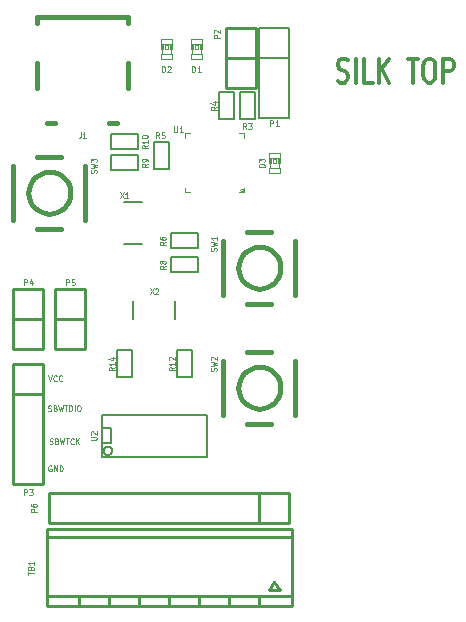
<source format=gto>
G04 (created by PCBNEW-RS274X (2012-01-19 BZR 3256)-stable) date 12/5/2012 8:15:46 PM*
G01*
G70*
G90*
%MOIN*%
G04 Gerber Fmt 3.4, Leading zero omitted, Abs format*
%FSLAX34Y34*%
G04 APERTURE LIST*
%ADD10C,0.006000*%
%ADD11C,0.012000*%
%ADD12C,0.004000*%
%ADD13C,0.003900*%
%ADD14C,0.015000*%
%ADD15C,0.005000*%
%ADD16C,0.002600*%
%ADD17C,0.010000*%
G04 APERTURE END LIST*
G54D10*
G54D11*
X71114Y-32286D02*
X71200Y-32324D01*
X71343Y-32324D01*
X71400Y-32286D01*
X71429Y-32248D01*
X71457Y-32171D01*
X71457Y-32095D01*
X71429Y-32019D01*
X71400Y-31981D01*
X71343Y-31943D01*
X71229Y-31905D01*
X71171Y-31867D01*
X71143Y-31829D01*
X71114Y-31752D01*
X71114Y-31676D01*
X71143Y-31600D01*
X71171Y-31562D01*
X71229Y-31524D01*
X71371Y-31524D01*
X71457Y-31562D01*
X71714Y-32324D02*
X71714Y-31524D01*
X72286Y-32324D02*
X72000Y-32324D01*
X72000Y-31524D01*
X72486Y-32324D02*
X72486Y-31524D01*
X72829Y-32324D02*
X72572Y-31867D01*
X72829Y-31524D02*
X72486Y-31981D01*
X73457Y-31524D02*
X73800Y-31524D01*
X73629Y-32324D02*
X73629Y-31524D01*
X74114Y-31524D02*
X74228Y-31524D01*
X74286Y-31562D01*
X74343Y-31638D01*
X74371Y-31790D01*
X74371Y-32057D01*
X74343Y-32210D01*
X74286Y-32286D01*
X74228Y-32324D01*
X74114Y-32324D01*
X74057Y-32286D01*
X74000Y-32210D01*
X73971Y-32057D01*
X73971Y-31790D01*
X74000Y-31638D01*
X74057Y-31562D01*
X74114Y-31524D01*
X74629Y-32324D02*
X74629Y-31524D01*
X74857Y-31524D01*
X74915Y-31562D01*
X74943Y-31600D01*
X74972Y-31676D01*
X74972Y-31790D01*
X74943Y-31867D01*
X74915Y-31905D01*
X74857Y-31943D01*
X74629Y-31943D01*
G54D12*
X61563Y-45090D02*
X61546Y-45081D01*
X61520Y-45081D01*
X61495Y-45090D01*
X61477Y-45110D01*
X61469Y-45129D01*
X61460Y-45167D01*
X61460Y-45195D01*
X61469Y-45233D01*
X61477Y-45252D01*
X61495Y-45271D01*
X61520Y-45281D01*
X61537Y-45281D01*
X61563Y-45271D01*
X61572Y-45262D01*
X61572Y-45195D01*
X61537Y-45195D01*
X61649Y-45281D02*
X61649Y-45081D01*
X61752Y-45281D01*
X61752Y-45081D01*
X61838Y-45281D02*
X61838Y-45081D01*
X61881Y-45081D01*
X61906Y-45090D01*
X61924Y-45110D01*
X61932Y-45129D01*
X61941Y-45167D01*
X61941Y-45195D01*
X61932Y-45233D01*
X61924Y-45252D01*
X61906Y-45271D01*
X61881Y-45281D01*
X61838Y-45281D01*
X61507Y-44371D02*
X61533Y-44381D01*
X61576Y-44381D01*
X61593Y-44371D01*
X61602Y-44362D01*
X61610Y-44343D01*
X61610Y-44324D01*
X61602Y-44305D01*
X61593Y-44295D01*
X61576Y-44286D01*
X61542Y-44276D01*
X61524Y-44267D01*
X61516Y-44257D01*
X61507Y-44238D01*
X61507Y-44219D01*
X61516Y-44200D01*
X61524Y-44190D01*
X61542Y-44181D01*
X61584Y-44181D01*
X61610Y-44190D01*
X61747Y-44276D02*
X61773Y-44286D01*
X61781Y-44295D01*
X61790Y-44314D01*
X61790Y-44343D01*
X61781Y-44362D01*
X61773Y-44371D01*
X61755Y-44381D01*
X61687Y-44381D01*
X61687Y-44181D01*
X61747Y-44181D01*
X61764Y-44190D01*
X61773Y-44200D01*
X61781Y-44219D01*
X61781Y-44238D01*
X61773Y-44257D01*
X61764Y-44267D01*
X61747Y-44276D01*
X61687Y-44276D01*
X61850Y-44181D02*
X61893Y-44381D01*
X61927Y-44238D01*
X61961Y-44381D01*
X62004Y-44181D01*
X62047Y-44181D02*
X62150Y-44181D01*
X62099Y-44381D02*
X62099Y-44181D01*
X62313Y-44362D02*
X62304Y-44371D01*
X62278Y-44381D01*
X62261Y-44381D01*
X62236Y-44371D01*
X62218Y-44352D01*
X62210Y-44333D01*
X62201Y-44295D01*
X62201Y-44267D01*
X62210Y-44229D01*
X62218Y-44210D01*
X62236Y-44190D01*
X62261Y-44181D01*
X62278Y-44181D01*
X62304Y-44190D01*
X62313Y-44200D01*
X62390Y-44381D02*
X62390Y-44181D01*
X62493Y-44381D02*
X62416Y-44267D01*
X62493Y-44181D02*
X62390Y-44295D01*
X61460Y-43271D02*
X61486Y-43281D01*
X61529Y-43281D01*
X61546Y-43271D01*
X61555Y-43262D01*
X61563Y-43243D01*
X61563Y-43224D01*
X61555Y-43205D01*
X61546Y-43195D01*
X61529Y-43186D01*
X61495Y-43176D01*
X61477Y-43167D01*
X61469Y-43157D01*
X61460Y-43138D01*
X61460Y-43119D01*
X61469Y-43100D01*
X61477Y-43090D01*
X61495Y-43081D01*
X61537Y-43081D01*
X61563Y-43090D01*
X61700Y-43176D02*
X61726Y-43186D01*
X61734Y-43195D01*
X61743Y-43214D01*
X61743Y-43243D01*
X61734Y-43262D01*
X61726Y-43271D01*
X61708Y-43281D01*
X61640Y-43281D01*
X61640Y-43081D01*
X61700Y-43081D01*
X61717Y-43090D01*
X61726Y-43100D01*
X61734Y-43119D01*
X61734Y-43138D01*
X61726Y-43157D01*
X61717Y-43167D01*
X61700Y-43176D01*
X61640Y-43176D01*
X61803Y-43081D02*
X61846Y-43281D01*
X61880Y-43138D01*
X61914Y-43281D01*
X61957Y-43081D01*
X62000Y-43081D02*
X62103Y-43081D01*
X62052Y-43281D02*
X62052Y-43081D01*
X62163Y-43281D02*
X62163Y-43081D01*
X62206Y-43081D01*
X62231Y-43090D01*
X62249Y-43110D01*
X62257Y-43129D01*
X62266Y-43167D01*
X62266Y-43195D01*
X62257Y-43233D01*
X62249Y-43252D01*
X62231Y-43271D01*
X62206Y-43281D01*
X62163Y-43281D01*
X62343Y-43281D02*
X62343Y-43081D01*
X62463Y-43081D02*
X62497Y-43081D01*
X62515Y-43090D01*
X62532Y-43110D01*
X62540Y-43148D01*
X62540Y-43214D01*
X62532Y-43252D01*
X62515Y-43271D01*
X62497Y-43281D01*
X62463Y-43281D01*
X62446Y-43271D01*
X62429Y-43252D01*
X62420Y-43214D01*
X62420Y-43148D01*
X62429Y-43110D01*
X62446Y-43090D01*
X62463Y-43081D01*
X61460Y-42081D02*
X61520Y-42281D01*
X61580Y-42081D01*
X61743Y-42262D02*
X61734Y-42271D01*
X61708Y-42281D01*
X61691Y-42281D01*
X61666Y-42271D01*
X61648Y-42252D01*
X61640Y-42233D01*
X61631Y-42195D01*
X61631Y-42167D01*
X61640Y-42129D01*
X61648Y-42110D01*
X61666Y-42090D01*
X61691Y-42081D01*
X61708Y-42081D01*
X61734Y-42090D01*
X61743Y-42100D01*
X61923Y-42262D02*
X61914Y-42271D01*
X61888Y-42281D01*
X61871Y-42281D01*
X61846Y-42271D01*
X61828Y-42252D01*
X61820Y-42233D01*
X61811Y-42195D01*
X61811Y-42167D01*
X61820Y-42129D01*
X61828Y-42110D01*
X61846Y-42090D01*
X61871Y-42081D01*
X61888Y-42081D01*
X61914Y-42090D01*
X61923Y-42100D01*
G54D13*
X67946Y-35906D02*
X67945Y-35913D01*
X67942Y-35921D01*
X67939Y-35928D01*
X67934Y-35934D01*
X67928Y-35939D01*
X67921Y-35942D01*
X67914Y-35945D01*
X67906Y-35945D01*
X67899Y-35945D01*
X67892Y-35943D01*
X67885Y-35939D01*
X67879Y-35934D01*
X67873Y-35928D01*
X67870Y-35921D01*
X67867Y-35914D01*
X67867Y-35906D01*
X67867Y-35899D01*
X67869Y-35892D01*
X67873Y-35885D01*
X67878Y-35879D01*
X67884Y-35874D01*
X67890Y-35870D01*
X67898Y-35867D01*
X67906Y-35867D01*
X67912Y-35867D01*
X67920Y-35869D01*
X67927Y-35873D01*
X67933Y-35878D01*
X67938Y-35883D01*
X67942Y-35890D01*
X67945Y-35898D01*
X67945Y-35905D01*
X67946Y-35906D01*
X67827Y-35984D02*
X67984Y-35984D01*
X67984Y-35984D02*
X67984Y-35827D01*
X67984Y-34173D02*
X67984Y-34016D01*
X67984Y-34016D02*
X67827Y-34016D01*
X66173Y-34016D02*
X66016Y-34016D01*
X66016Y-34173D02*
X66016Y-34016D01*
X66016Y-35984D02*
X66016Y-35827D01*
X66016Y-35984D02*
X66173Y-35984D01*
G54D14*
X61420Y-33680D02*
X61700Y-33680D01*
X64110Y-30140D02*
X64110Y-30350D01*
X61090Y-30140D02*
X61090Y-30350D01*
X64120Y-31680D02*
X64120Y-32500D01*
X61080Y-31680D02*
X61080Y-32520D01*
X63500Y-33680D02*
X63760Y-33680D01*
X61090Y-30140D02*
X64110Y-30140D01*
X69200Y-38500D02*
X69186Y-38635D01*
X69147Y-38766D01*
X69083Y-38887D01*
X68996Y-38993D01*
X68891Y-39080D01*
X68771Y-39145D01*
X68640Y-39185D01*
X68504Y-39199D01*
X68369Y-39187D01*
X68238Y-39149D01*
X68117Y-39085D01*
X68011Y-39000D01*
X67923Y-38895D01*
X67857Y-38775D01*
X67816Y-38645D01*
X67801Y-38509D01*
X67812Y-38374D01*
X67850Y-38243D01*
X67912Y-38121D01*
X67997Y-38014D01*
X68101Y-37926D01*
X68220Y-37859D01*
X68350Y-37817D01*
X68486Y-37801D01*
X68621Y-37811D01*
X68753Y-37848D01*
X68875Y-37909D01*
X68982Y-37994D01*
X69072Y-38097D01*
X69139Y-38216D01*
X69182Y-38345D01*
X69199Y-38481D01*
X69200Y-38500D01*
X68900Y-39700D02*
X68100Y-39700D01*
X69700Y-37600D02*
X69700Y-39400D01*
X68100Y-37300D02*
X68900Y-37300D01*
X67300Y-39400D02*
X67300Y-37600D01*
X62200Y-36000D02*
X62186Y-36135D01*
X62147Y-36266D01*
X62083Y-36387D01*
X61996Y-36493D01*
X61891Y-36580D01*
X61771Y-36645D01*
X61640Y-36685D01*
X61504Y-36699D01*
X61369Y-36687D01*
X61238Y-36649D01*
X61117Y-36585D01*
X61011Y-36500D01*
X60923Y-36395D01*
X60857Y-36275D01*
X60816Y-36145D01*
X60801Y-36009D01*
X60812Y-35874D01*
X60850Y-35743D01*
X60912Y-35621D01*
X60997Y-35514D01*
X61101Y-35426D01*
X61220Y-35359D01*
X61350Y-35317D01*
X61486Y-35301D01*
X61621Y-35311D01*
X61753Y-35348D01*
X61875Y-35409D01*
X61982Y-35494D01*
X62072Y-35597D01*
X62139Y-35716D01*
X62182Y-35845D01*
X62199Y-35981D01*
X62200Y-36000D01*
X61100Y-34800D02*
X61900Y-34800D01*
X60300Y-36900D02*
X60300Y-35100D01*
X61900Y-37200D02*
X61100Y-37200D01*
X62700Y-35100D02*
X62700Y-36900D01*
X69200Y-42500D02*
X69186Y-42635D01*
X69147Y-42766D01*
X69083Y-42887D01*
X68996Y-42993D01*
X68891Y-43080D01*
X68771Y-43145D01*
X68640Y-43185D01*
X68504Y-43199D01*
X68369Y-43187D01*
X68238Y-43149D01*
X68117Y-43085D01*
X68011Y-43000D01*
X67923Y-42895D01*
X67857Y-42775D01*
X67816Y-42645D01*
X67801Y-42509D01*
X67812Y-42374D01*
X67850Y-42243D01*
X67912Y-42121D01*
X67997Y-42014D01*
X68101Y-41926D01*
X68220Y-41859D01*
X68350Y-41817D01*
X68486Y-41801D01*
X68621Y-41811D01*
X68753Y-41848D01*
X68875Y-41909D01*
X68982Y-41994D01*
X69072Y-42097D01*
X69139Y-42216D01*
X69182Y-42345D01*
X69199Y-42481D01*
X69200Y-42500D01*
X68900Y-43700D02*
X68100Y-43700D01*
X69700Y-41600D02*
X69700Y-43400D01*
X68100Y-41300D02*
X68900Y-41300D01*
X67300Y-43400D02*
X67300Y-41600D01*
G54D10*
X63250Y-43400D02*
X66750Y-43400D01*
X66750Y-43400D02*
X66750Y-44800D01*
X66750Y-44800D02*
X63250Y-44800D01*
X63250Y-44800D02*
X63250Y-43400D01*
G54D15*
X63591Y-44600D02*
X63588Y-44627D01*
X63580Y-44653D01*
X63567Y-44678D01*
X63550Y-44699D01*
X63528Y-44716D01*
X63504Y-44729D01*
X63478Y-44738D01*
X63450Y-44740D01*
X63424Y-44738D01*
X63398Y-44730D01*
X63373Y-44717D01*
X63352Y-44700D01*
X63334Y-44679D01*
X63321Y-44655D01*
X63313Y-44629D01*
X63310Y-44601D01*
X63312Y-44575D01*
X63319Y-44549D01*
X63332Y-44524D01*
X63349Y-44503D01*
X63370Y-44485D01*
X63394Y-44471D01*
X63420Y-44463D01*
X63448Y-44460D01*
X63474Y-44462D01*
X63500Y-44469D01*
X63525Y-44481D01*
X63547Y-44498D01*
X63565Y-44519D01*
X63578Y-44543D01*
X63587Y-44569D01*
X63590Y-44597D01*
X63591Y-44600D01*
X63250Y-43850D02*
X63550Y-43850D01*
X63550Y-43850D02*
X63550Y-44350D01*
X63550Y-44350D02*
X63250Y-44350D01*
X67850Y-33550D02*
X67850Y-32650D01*
X67850Y-32650D02*
X68350Y-32650D01*
X68350Y-32650D02*
X68350Y-33550D01*
X68350Y-33550D02*
X67850Y-33550D01*
X67150Y-33550D02*
X67150Y-32650D01*
X67150Y-32650D02*
X67650Y-32650D01*
X67650Y-32650D02*
X67650Y-33550D01*
X67650Y-33550D02*
X67150Y-33550D01*
X65000Y-35200D02*
X65000Y-34300D01*
X65000Y-34300D02*
X65500Y-34300D01*
X65500Y-34300D02*
X65500Y-35200D01*
X65500Y-35200D02*
X65000Y-35200D01*
X65550Y-37350D02*
X66450Y-37350D01*
X66450Y-37350D02*
X66450Y-37850D01*
X66450Y-37850D02*
X65550Y-37850D01*
X65550Y-37850D02*
X65550Y-37350D01*
X65550Y-38150D02*
X66450Y-38150D01*
X66450Y-38150D02*
X66450Y-38650D01*
X66450Y-38650D02*
X65550Y-38650D01*
X65550Y-38650D02*
X65550Y-38150D01*
X63550Y-34750D02*
X64450Y-34750D01*
X64450Y-34750D02*
X64450Y-35250D01*
X64450Y-35250D02*
X63550Y-35250D01*
X63550Y-35250D02*
X63550Y-34750D01*
X63550Y-34050D02*
X64450Y-34050D01*
X64450Y-34050D02*
X64450Y-34550D01*
X64450Y-34550D02*
X63550Y-34550D01*
X63550Y-34550D02*
X63550Y-34050D01*
X64250Y-41250D02*
X64250Y-42150D01*
X64250Y-42150D02*
X63750Y-42150D01*
X63750Y-42150D02*
X63750Y-41250D01*
X63750Y-41250D02*
X64250Y-41250D01*
X66250Y-41250D02*
X66250Y-42150D01*
X66250Y-42150D02*
X65750Y-42150D01*
X65750Y-42150D02*
X65750Y-41250D01*
X65750Y-41250D02*
X66250Y-41250D01*
G54D16*
X68823Y-34823D02*
X69177Y-34823D01*
X69177Y-34823D02*
X69177Y-34666D01*
X68823Y-34666D02*
X69177Y-34666D01*
X68823Y-34823D02*
X68823Y-34666D01*
X68823Y-35334D02*
X69177Y-35334D01*
X69177Y-35334D02*
X69177Y-35177D01*
X68823Y-35177D02*
X69177Y-35177D01*
X68823Y-35334D02*
X68823Y-35177D01*
X68823Y-35000D02*
X68882Y-35000D01*
X68882Y-35000D02*
X68882Y-34882D01*
X68823Y-34882D02*
X68882Y-34882D01*
X68823Y-35000D02*
X68823Y-34882D01*
X69118Y-35000D02*
X69177Y-35000D01*
X69177Y-35000D02*
X69177Y-34882D01*
X69118Y-34882D02*
X69177Y-34882D01*
X69118Y-35000D02*
X69118Y-34882D01*
X68941Y-35000D02*
X69059Y-35000D01*
X69059Y-35000D02*
X69059Y-34882D01*
X68941Y-34882D02*
X69059Y-34882D01*
X68941Y-35000D02*
X68941Y-34882D01*
G54D12*
X68843Y-34823D02*
X68843Y-35177D01*
X69157Y-34823D02*
X69157Y-35177D01*
G54D16*
X65223Y-31023D02*
X65577Y-31023D01*
X65577Y-31023D02*
X65577Y-30866D01*
X65223Y-30866D02*
X65577Y-30866D01*
X65223Y-31023D02*
X65223Y-30866D01*
X65223Y-31534D02*
X65577Y-31534D01*
X65577Y-31534D02*
X65577Y-31377D01*
X65223Y-31377D02*
X65577Y-31377D01*
X65223Y-31534D02*
X65223Y-31377D01*
X65223Y-31200D02*
X65282Y-31200D01*
X65282Y-31200D02*
X65282Y-31082D01*
X65223Y-31082D02*
X65282Y-31082D01*
X65223Y-31200D02*
X65223Y-31082D01*
X65518Y-31200D02*
X65577Y-31200D01*
X65577Y-31200D02*
X65577Y-31082D01*
X65518Y-31082D02*
X65577Y-31082D01*
X65518Y-31200D02*
X65518Y-31082D01*
X65341Y-31200D02*
X65459Y-31200D01*
X65459Y-31200D02*
X65459Y-31082D01*
X65341Y-31082D02*
X65459Y-31082D01*
X65341Y-31200D02*
X65341Y-31082D01*
G54D12*
X65243Y-31023D02*
X65243Y-31377D01*
X65557Y-31023D02*
X65557Y-31377D01*
G54D16*
X66223Y-31023D02*
X66577Y-31023D01*
X66577Y-31023D02*
X66577Y-30866D01*
X66223Y-30866D02*
X66577Y-30866D01*
X66223Y-31023D02*
X66223Y-30866D01*
X66223Y-31534D02*
X66577Y-31534D01*
X66577Y-31534D02*
X66577Y-31377D01*
X66223Y-31377D02*
X66577Y-31377D01*
X66223Y-31534D02*
X66223Y-31377D01*
X66223Y-31200D02*
X66282Y-31200D01*
X66282Y-31200D02*
X66282Y-31082D01*
X66223Y-31082D02*
X66282Y-31082D01*
X66223Y-31200D02*
X66223Y-31082D01*
X66518Y-31200D02*
X66577Y-31200D01*
X66577Y-31200D02*
X66577Y-31082D01*
X66518Y-31082D02*
X66577Y-31082D01*
X66518Y-31200D02*
X66518Y-31082D01*
X66341Y-31200D02*
X66459Y-31200D01*
X66459Y-31200D02*
X66459Y-31082D01*
X66341Y-31082D02*
X66459Y-31082D01*
X66341Y-31200D02*
X66341Y-31082D01*
G54D12*
X66243Y-31023D02*
X66243Y-31377D01*
X66557Y-31023D02*
X66557Y-31377D01*
G54D17*
X69500Y-46000D02*
X61500Y-46000D01*
X61500Y-47000D02*
X69500Y-47000D01*
X69500Y-46000D02*
X69500Y-47000D01*
X61500Y-47000D02*
X61500Y-46000D01*
X68500Y-47000D02*
X68500Y-46000D01*
G54D10*
X68500Y-30500D02*
X69500Y-30500D01*
X69500Y-30500D02*
X69500Y-33500D01*
X69500Y-33500D02*
X68500Y-33500D01*
X68500Y-33500D02*
X68500Y-30500D01*
X69500Y-31500D02*
X68500Y-31500D01*
G54D17*
X61700Y-39200D02*
X61700Y-41200D01*
X62700Y-39200D02*
X62700Y-41200D01*
X61700Y-39200D02*
X62700Y-39200D01*
X62700Y-41200D02*
X61700Y-41200D01*
X62700Y-40200D02*
X61700Y-40200D01*
X60300Y-39200D02*
X60300Y-41200D01*
X61300Y-39200D02*
X61300Y-41200D01*
X60300Y-39200D02*
X61300Y-39200D01*
X61300Y-41200D02*
X60300Y-41200D01*
X61300Y-40200D02*
X60300Y-40200D01*
X68400Y-32500D02*
X68400Y-30500D01*
X67400Y-32500D02*
X67400Y-30500D01*
X68400Y-32500D02*
X67400Y-32500D01*
X67400Y-30500D02*
X68400Y-30500D01*
X67400Y-31500D02*
X68400Y-31500D01*
X60300Y-41700D02*
X60300Y-45700D01*
X61300Y-41700D02*
X61300Y-45700D01*
X60300Y-41700D02*
X61300Y-41700D01*
X61300Y-45700D02*
X60300Y-45700D01*
X61300Y-42700D02*
X60300Y-42700D01*
X69004Y-48972D02*
X69201Y-49248D01*
X69201Y-49248D02*
X68807Y-49248D01*
X68807Y-49248D02*
X69004Y-48972D01*
X69594Y-47476D02*
X61406Y-47476D01*
X69594Y-49445D02*
X61406Y-49445D01*
X69594Y-49760D02*
X69594Y-47201D01*
X69594Y-47201D02*
X61406Y-47201D01*
X61406Y-47201D02*
X61406Y-49760D01*
X61406Y-49760D02*
X69594Y-49760D01*
X62500Y-49512D02*
X62500Y-49762D01*
X63500Y-49512D02*
X63500Y-49762D01*
X64500Y-49512D02*
X64500Y-49762D01*
X65500Y-49512D02*
X65500Y-49762D01*
X66500Y-49512D02*
X66500Y-49762D01*
X67500Y-49512D02*
X67500Y-49762D01*
X68500Y-49512D02*
X68500Y-49762D01*
G54D15*
X64300Y-40200D02*
X64300Y-39600D01*
X65700Y-40200D02*
X65700Y-39600D01*
X64600Y-37700D02*
X64000Y-37700D01*
X64600Y-36300D02*
X64000Y-36300D01*
G54D12*
X65663Y-33781D02*
X65663Y-33943D01*
X65671Y-33962D01*
X65680Y-33971D01*
X65697Y-33981D01*
X65731Y-33981D01*
X65749Y-33971D01*
X65757Y-33962D01*
X65766Y-33943D01*
X65766Y-33781D01*
X65946Y-33981D02*
X65843Y-33981D01*
X65895Y-33981D02*
X65895Y-33781D01*
X65878Y-33810D01*
X65860Y-33829D01*
X65843Y-33838D01*
X62540Y-33981D02*
X62540Y-34124D01*
X62532Y-34152D01*
X62515Y-34171D01*
X62489Y-34181D01*
X62472Y-34181D01*
X62720Y-34181D02*
X62617Y-34181D01*
X62669Y-34181D02*
X62669Y-33981D01*
X62652Y-34010D01*
X62634Y-34029D01*
X62617Y-34038D01*
X67071Y-37940D02*
X67081Y-37914D01*
X67081Y-37871D01*
X67071Y-37854D01*
X67062Y-37845D01*
X67043Y-37837D01*
X67024Y-37837D01*
X67005Y-37845D01*
X66995Y-37854D01*
X66986Y-37871D01*
X66976Y-37905D01*
X66967Y-37923D01*
X66957Y-37931D01*
X66938Y-37940D01*
X66919Y-37940D01*
X66900Y-37931D01*
X66890Y-37923D01*
X66881Y-37905D01*
X66881Y-37863D01*
X66890Y-37837D01*
X66881Y-37777D02*
X67081Y-37734D01*
X66938Y-37700D01*
X67081Y-37666D01*
X66881Y-37623D01*
X67081Y-37460D02*
X67081Y-37563D01*
X67081Y-37511D02*
X66881Y-37511D01*
X66910Y-37528D01*
X66929Y-37546D01*
X66938Y-37563D01*
X63071Y-35340D02*
X63081Y-35314D01*
X63081Y-35271D01*
X63071Y-35254D01*
X63062Y-35245D01*
X63043Y-35237D01*
X63024Y-35237D01*
X63005Y-35245D01*
X62995Y-35254D01*
X62986Y-35271D01*
X62976Y-35305D01*
X62967Y-35323D01*
X62957Y-35331D01*
X62938Y-35340D01*
X62919Y-35340D01*
X62900Y-35331D01*
X62890Y-35323D01*
X62881Y-35305D01*
X62881Y-35263D01*
X62890Y-35237D01*
X62881Y-35177D02*
X63081Y-35134D01*
X62938Y-35100D01*
X63081Y-35066D01*
X62881Y-35023D01*
X62881Y-34971D02*
X62881Y-34860D01*
X62957Y-34920D01*
X62957Y-34894D01*
X62967Y-34877D01*
X62976Y-34868D01*
X62995Y-34860D01*
X63043Y-34860D01*
X63062Y-34868D01*
X63071Y-34877D01*
X63081Y-34894D01*
X63081Y-34946D01*
X63071Y-34963D01*
X63062Y-34971D01*
X67071Y-41940D02*
X67081Y-41914D01*
X67081Y-41871D01*
X67071Y-41854D01*
X67062Y-41845D01*
X67043Y-41837D01*
X67024Y-41837D01*
X67005Y-41845D01*
X66995Y-41854D01*
X66986Y-41871D01*
X66976Y-41905D01*
X66967Y-41923D01*
X66957Y-41931D01*
X66938Y-41940D01*
X66919Y-41940D01*
X66900Y-41931D01*
X66890Y-41923D01*
X66881Y-41905D01*
X66881Y-41863D01*
X66890Y-41837D01*
X66881Y-41777D02*
X67081Y-41734D01*
X66938Y-41700D01*
X67081Y-41666D01*
X66881Y-41623D01*
X66900Y-41563D02*
X66890Y-41554D01*
X66881Y-41537D01*
X66881Y-41494D01*
X66890Y-41477D01*
X66900Y-41468D01*
X66919Y-41460D01*
X66938Y-41460D01*
X66967Y-41468D01*
X67081Y-41571D01*
X67081Y-41460D01*
X62881Y-44237D02*
X63043Y-44237D01*
X63062Y-44229D01*
X63071Y-44220D01*
X63081Y-44203D01*
X63081Y-44169D01*
X63071Y-44151D01*
X63062Y-44143D01*
X63043Y-44134D01*
X62881Y-44134D01*
X62900Y-44057D02*
X62890Y-44048D01*
X62881Y-44031D01*
X62881Y-43988D01*
X62890Y-43971D01*
X62900Y-43962D01*
X62919Y-43954D01*
X62938Y-43954D01*
X62967Y-43962D01*
X63081Y-44065D01*
X63081Y-43954D01*
X68071Y-33881D02*
X68011Y-33786D01*
X67968Y-33881D02*
X67968Y-33681D01*
X68036Y-33681D01*
X68054Y-33690D01*
X68062Y-33700D01*
X68071Y-33719D01*
X68071Y-33748D01*
X68062Y-33767D01*
X68054Y-33776D01*
X68036Y-33786D01*
X67968Y-33786D01*
X68131Y-33681D02*
X68242Y-33681D01*
X68182Y-33757D01*
X68208Y-33757D01*
X68225Y-33767D01*
X68234Y-33776D01*
X68242Y-33795D01*
X68242Y-33843D01*
X68234Y-33862D01*
X68225Y-33871D01*
X68208Y-33881D01*
X68156Y-33881D01*
X68139Y-33871D01*
X68131Y-33862D01*
X67081Y-33129D02*
X66986Y-33189D01*
X67081Y-33232D02*
X66881Y-33232D01*
X66881Y-33164D01*
X66890Y-33146D01*
X66900Y-33138D01*
X66919Y-33129D01*
X66948Y-33129D01*
X66967Y-33138D01*
X66976Y-33146D01*
X66986Y-33164D01*
X66986Y-33232D01*
X66948Y-32975D02*
X67081Y-32975D01*
X66871Y-33018D02*
X67014Y-33061D01*
X67014Y-32949D01*
X65171Y-34181D02*
X65111Y-34086D01*
X65068Y-34181D02*
X65068Y-33981D01*
X65136Y-33981D01*
X65154Y-33990D01*
X65162Y-34000D01*
X65171Y-34019D01*
X65171Y-34048D01*
X65162Y-34067D01*
X65154Y-34076D01*
X65136Y-34086D01*
X65068Y-34086D01*
X65334Y-33981D02*
X65248Y-33981D01*
X65239Y-34076D01*
X65248Y-34067D01*
X65265Y-34057D01*
X65308Y-34057D01*
X65325Y-34067D01*
X65334Y-34076D01*
X65342Y-34095D01*
X65342Y-34143D01*
X65334Y-34162D01*
X65325Y-34171D01*
X65308Y-34181D01*
X65265Y-34181D01*
X65248Y-34171D01*
X65239Y-34162D01*
X65381Y-37629D02*
X65286Y-37689D01*
X65381Y-37732D02*
X65181Y-37732D01*
X65181Y-37664D01*
X65190Y-37646D01*
X65200Y-37638D01*
X65219Y-37629D01*
X65248Y-37629D01*
X65267Y-37638D01*
X65276Y-37646D01*
X65286Y-37664D01*
X65286Y-37732D01*
X65181Y-37475D02*
X65181Y-37509D01*
X65190Y-37526D01*
X65200Y-37535D01*
X65229Y-37552D01*
X65267Y-37561D01*
X65343Y-37561D01*
X65362Y-37552D01*
X65371Y-37544D01*
X65381Y-37526D01*
X65381Y-37492D01*
X65371Y-37475D01*
X65362Y-37466D01*
X65343Y-37458D01*
X65295Y-37458D01*
X65276Y-37466D01*
X65267Y-37475D01*
X65257Y-37492D01*
X65257Y-37526D01*
X65267Y-37544D01*
X65276Y-37552D01*
X65295Y-37561D01*
X65381Y-38429D02*
X65286Y-38489D01*
X65381Y-38532D02*
X65181Y-38532D01*
X65181Y-38464D01*
X65190Y-38446D01*
X65200Y-38438D01*
X65219Y-38429D01*
X65248Y-38429D01*
X65267Y-38438D01*
X65276Y-38446D01*
X65286Y-38464D01*
X65286Y-38532D01*
X65267Y-38326D02*
X65257Y-38344D01*
X65248Y-38352D01*
X65229Y-38361D01*
X65219Y-38361D01*
X65200Y-38352D01*
X65190Y-38344D01*
X65181Y-38326D01*
X65181Y-38292D01*
X65190Y-38275D01*
X65200Y-38266D01*
X65219Y-38258D01*
X65229Y-38258D01*
X65248Y-38266D01*
X65257Y-38275D01*
X65267Y-38292D01*
X65267Y-38326D01*
X65276Y-38344D01*
X65286Y-38352D01*
X65305Y-38361D01*
X65343Y-38361D01*
X65362Y-38352D01*
X65371Y-38344D01*
X65381Y-38326D01*
X65381Y-38292D01*
X65371Y-38275D01*
X65362Y-38266D01*
X65343Y-38258D01*
X65305Y-38258D01*
X65286Y-38266D01*
X65276Y-38275D01*
X65267Y-38292D01*
X64781Y-35029D02*
X64686Y-35089D01*
X64781Y-35132D02*
X64581Y-35132D01*
X64581Y-35064D01*
X64590Y-35046D01*
X64600Y-35038D01*
X64619Y-35029D01*
X64648Y-35029D01*
X64667Y-35038D01*
X64676Y-35046D01*
X64686Y-35064D01*
X64686Y-35132D01*
X64781Y-34944D02*
X64781Y-34909D01*
X64771Y-34892D01*
X64762Y-34884D01*
X64733Y-34866D01*
X64695Y-34858D01*
X64619Y-34858D01*
X64600Y-34866D01*
X64590Y-34875D01*
X64581Y-34892D01*
X64581Y-34926D01*
X64590Y-34944D01*
X64600Y-34952D01*
X64619Y-34961D01*
X64667Y-34961D01*
X64686Y-34952D01*
X64695Y-34944D01*
X64705Y-34926D01*
X64705Y-34892D01*
X64695Y-34875D01*
X64686Y-34866D01*
X64667Y-34858D01*
X64781Y-34415D02*
X64686Y-34475D01*
X64781Y-34518D02*
X64581Y-34518D01*
X64581Y-34450D01*
X64590Y-34432D01*
X64600Y-34424D01*
X64619Y-34415D01*
X64648Y-34415D01*
X64667Y-34424D01*
X64676Y-34432D01*
X64686Y-34450D01*
X64686Y-34518D01*
X64781Y-34244D02*
X64781Y-34347D01*
X64781Y-34295D02*
X64581Y-34295D01*
X64610Y-34312D01*
X64629Y-34330D01*
X64638Y-34347D01*
X64581Y-34133D02*
X64581Y-34116D01*
X64590Y-34099D01*
X64600Y-34090D01*
X64619Y-34081D01*
X64657Y-34073D01*
X64705Y-34073D01*
X64743Y-34081D01*
X64762Y-34090D01*
X64771Y-34099D01*
X64781Y-34116D01*
X64781Y-34133D01*
X64771Y-34150D01*
X64762Y-34159D01*
X64743Y-34167D01*
X64705Y-34176D01*
X64657Y-34176D01*
X64619Y-34167D01*
X64600Y-34159D01*
X64590Y-34150D01*
X64581Y-34133D01*
X63681Y-41815D02*
X63586Y-41875D01*
X63681Y-41918D02*
X63481Y-41918D01*
X63481Y-41850D01*
X63490Y-41832D01*
X63500Y-41824D01*
X63519Y-41815D01*
X63548Y-41815D01*
X63567Y-41824D01*
X63576Y-41832D01*
X63586Y-41850D01*
X63586Y-41918D01*
X63681Y-41644D02*
X63681Y-41747D01*
X63681Y-41695D02*
X63481Y-41695D01*
X63510Y-41712D01*
X63529Y-41730D01*
X63538Y-41747D01*
X63548Y-41490D02*
X63681Y-41490D01*
X63471Y-41533D02*
X63614Y-41576D01*
X63614Y-41464D01*
X65681Y-41815D02*
X65586Y-41875D01*
X65681Y-41918D02*
X65481Y-41918D01*
X65481Y-41850D01*
X65490Y-41832D01*
X65500Y-41824D01*
X65519Y-41815D01*
X65548Y-41815D01*
X65567Y-41824D01*
X65576Y-41832D01*
X65586Y-41850D01*
X65586Y-41918D01*
X65681Y-41644D02*
X65681Y-41747D01*
X65681Y-41695D02*
X65481Y-41695D01*
X65510Y-41712D01*
X65529Y-41730D01*
X65538Y-41747D01*
X65500Y-41576D02*
X65490Y-41567D01*
X65481Y-41550D01*
X65481Y-41507D01*
X65490Y-41490D01*
X65500Y-41481D01*
X65519Y-41473D01*
X65538Y-41473D01*
X65567Y-41481D01*
X65681Y-41584D01*
X65681Y-41473D01*
X68681Y-35132D02*
X68481Y-35132D01*
X68481Y-35089D01*
X68490Y-35064D01*
X68510Y-35046D01*
X68529Y-35038D01*
X68567Y-35029D01*
X68595Y-35029D01*
X68633Y-35038D01*
X68652Y-35046D01*
X68671Y-35064D01*
X68681Y-35089D01*
X68681Y-35132D01*
X68481Y-34969D02*
X68481Y-34858D01*
X68557Y-34918D01*
X68557Y-34892D01*
X68567Y-34875D01*
X68576Y-34866D01*
X68595Y-34858D01*
X68643Y-34858D01*
X68662Y-34866D01*
X68671Y-34875D01*
X68681Y-34892D01*
X68681Y-34944D01*
X68671Y-34961D01*
X68662Y-34969D01*
X65268Y-31981D02*
X65268Y-31781D01*
X65311Y-31781D01*
X65336Y-31790D01*
X65354Y-31810D01*
X65362Y-31829D01*
X65371Y-31867D01*
X65371Y-31895D01*
X65362Y-31933D01*
X65354Y-31952D01*
X65336Y-31971D01*
X65311Y-31981D01*
X65268Y-31981D01*
X65439Y-31800D02*
X65448Y-31790D01*
X65465Y-31781D01*
X65508Y-31781D01*
X65525Y-31790D01*
X65534Y-31800D01*
X65542Y-31819D01*
X65542Y-31838D01*
X65534Y-31867D01*
X65431Y-31981D01*
X65542Y-31981D01*
X66268Y-31981D02*
X66268Y-31781D01*
X66311Y-31781D01*
X66336Y-31790D01*
X66354Y-31810D01*
X66362Y-31829D01*
X66371Y-31867D01*
X66371Y-31895D01*
X66362Y-31933D01*
X66354Y-31952D01*
X66336Y-31971D01*
X66311Y-31981D01*
X66268Y-31981D01*
X66542Y-31981D02*
X66439Y-31981D01*
X66491Y-31981D02*
X66491Y-31781D01*
X66474Y-31810D01*
X66456Y-31829D01*
X66439Y-31838D01*
X61081Y-46632D02*
X60881Y-46632D01*
X60881Y-46564D01*
X60890Y-46546D01*
X60900Y-46538D01*
X60919Y-46529D01*
X60948Y-46529D01*
X60967Y-46538D01*
X60976Y-46546D01*
X60986Y-46564D01*
X60986Y-46632D01*
X60881Y-46375D02*
X60881Y-46409D01*
X60890Y-46426D01*
X60900Y-46435D01*
X60929Y-46452D01*
X60967Y-46461D01*
X61043Y-46461D01*
X61062Y-46452D01*
X61071Y-46444D01*
X61081Y-46426D01*
X61081Y-46392D01*
X61071Y-46375D01*
X61062Y-46366D01*
X61043Y-46358D01*
X60995Y-46358D01*
X60976Y-46366D01*
X60967Y-46375D01*
X60957Y-46392D01*
X60957Y-46426D01*
X60967Y-46444D01*
X60976Y-46452D01*
X60995Y-46461D01*
X68868Y-33781D02*
X68868Y-33581D01*
X68936Y-33581D01*
X68954Y-33590D01*
X68962Y-33600D01*
X68971Y-33619D01*
X68971Y-33648D01*
X68962Y-33667D01*
X68954Y-33676D01*
X68936Y-33686D01*
X68868Y-33686D01*
X69142Y-33781D02*
X69039Y-33781D01*
X69091Y-33781D02*
X69091Y-33581D01*
X69074Y-33610D01*
X69056Y-33629D01*
X69039Y-33638D01*
X62068Y-39081D02*
X62068Y-38881D01*
X62136Y-38881D01*
X62154Y-38890D01*
X62162Y-38900D01*
X62171Y-38919D01*
X62171Y-38948D01*
X62162Y-38967D01*
X62154Y-38976D01*
X62136Y-38986D01*
X62068Y-38986D01*
X62334Y-38881D02*
X62248Y-38881D01*
X62239Y-38976D01*
X62248Y-38967D01*
X62265Y-38957D01*
X62308Y-38957D01*
X62325Y-38967D01*
X62334Y-38976D01*
X62342Y-38995D01*
X62342Y-39043D01*
X62334Y-39062D01*
X62325Y-39071D01*
X62308Y-39081D01*
X62265Y-39081D01*
X62248Y-39071D01*
X62239Y-39062D01*
X60668Y-39081D02*
X60668Y-38881D01*
X60736Y-38881D01*
X60754Y-38890D01*
X60762Y-38900D01*
X60771Y-38919D01*
X60771Y-38948D01*
X60762Y-38967D01*
X60754Y-38976D01*
X60736Y-38986D01*
X60668Y-38986D01*
X60925Y-38948D02*
X60925Y-39081D01*
X60882Y-38871D02*
X60839Y-39014D01*
X60951Y-39014D01*
X67181Y-30832D02*
X66981Y-30832D01*
X66981Y-30764D01*
X66990Y-30746D01*
X67000Y-30738D01*
X67019Y-30729D01*
X67048Y-30729D01*
X67067Y-30738D01*
X67076Y-30746D01*
X67086Y-30764D01*
X67086Y-30832D01*
X67000Y-30661D02*
X66990Y-30652D01*
X66981Y-30635D01*
X66981Y-30592D01*
X66990Y-30575D01*
X67000Y-30566D01*
X67019Y-30558D01*
X67038Y-30558D01*
X67067Y-30566D01*
X67181Y-30669D01*
X67181Y-30558D01*
X60668Y-46081D02*
X60668Y-45881D01*
X60736Y-45881D01*
X60754Y-45890D01*
X60762Y-45900D01*
X60771Y-45919D01*
X60771Y-45948D01*
X60762Y-45967D01*
X60754Y-45976D01*
X60736Y-45986D01*
X60668Y-45986D01*
X60831Y-45881D02*
X60942Y-45881D01*
X60882Y-45957D01*
X60908Y-45957D01*
X60925Y-45967D01*
X60934Y-45976D01*
X60942Y-45995D01*
X60942Y-46043D01*
X60934Y-46062D01*
X60925Y-46071D01*
X60908Y-46081D01*
X60856Y-46081D01*
X60839Y-46071D01*
X60831Y-46062D01*
X60781Y-48727D02*
X60781Y-48624D01*
X60981Y-48675D02*
X60781Y-48675D01*
X60876Y-48504D02*
X60886Y-48478D01*
X60895Y-48470D01*
X60914Y-48461D01*
X60943Y-48461D01*
X60962Y-48470D01*
X60971Y-48478D01*
X60981Y-48496D01*
X60981Y-48564D01*
X60781Y-48564D01*
X60781Y-48504D01*
X60790Y-48487D01*
X60800Y-48478D01*
X60819Y-48470D01*
X60838Y-48470D01*
X60857Y-48478D01*
X60867Y-48487D01*
X60876Y-48504D01*
X60876Y-48564D01*
X60981Y-48290D02*
X60981Y-48393D01*
X60981Y-48341D02*
X60781Y-48341D01*
X60810Y-48358D01*
X60829Y-48376D01*
X60838Y-48393D01*
X64855Y-39181D02*
X64975Y-39381D01*
X64975Y-39181D02*
X64855Y-39381D01*
X65034Y-39200D02*
X65043Y-39190D01*
X65060Y-39181D01*
X65103Y-39181D01*
X65120Y-39190D01*
X65129Y-39200D01*
X65137Y-39219D01*
X65137Y-39238D01*
X65129Y-39267D01*
X65026Y-39381D01*
X65137Y-39381D01*
X63855Y-35981D02*
X63975Y-36181D01*
X63975Y-35981D02*
X63855Y-36181D01*
X64137Y-36181D02*
X64034Y-36181D01*
X64086Y-36181D02*
X64086Y-35981D01*
X64069Y-36010D01*
X64051Y-36029D01*
X64034Y-36038D01*
M02*

</source>
